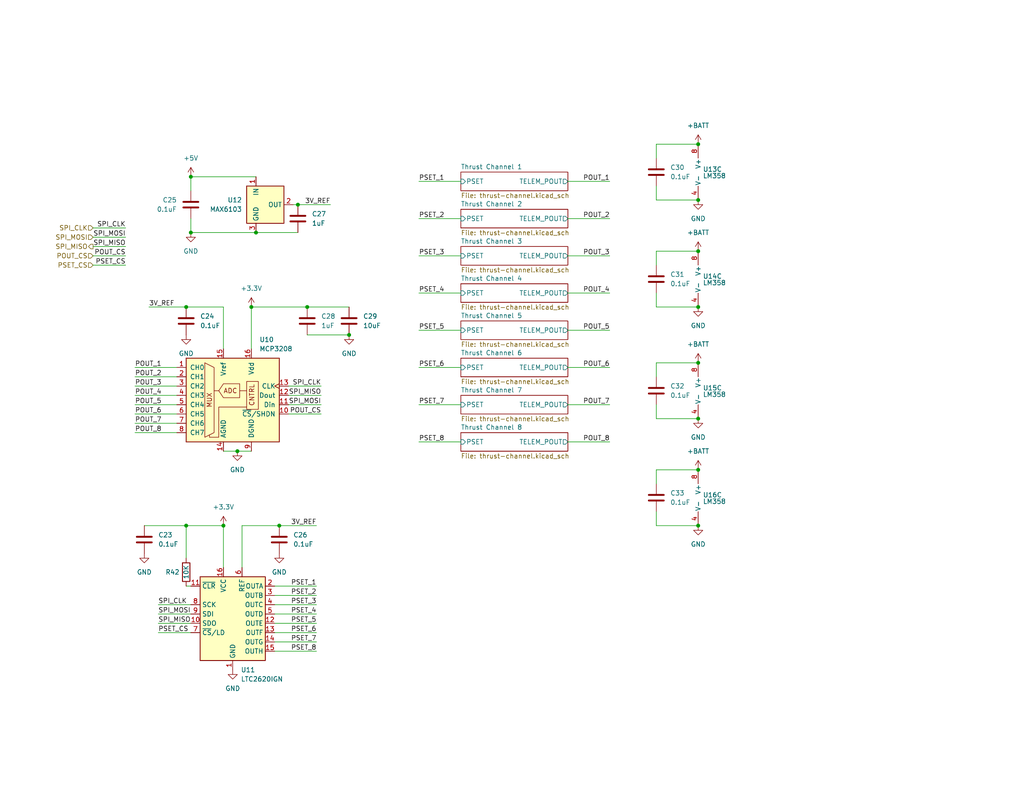
<source format=kicad_sch>
(kicad_sch (version 20231120) (generator "eeschema") (generator_version "8.0")
  (paper "USLetter")
  (lib_symbols
    (symbol "Amplifier_Operational:LM358" (pin_names (offset 0.127))
      (property "Reference" "U" (at 0 5.08 0))
      (property "Value" "LM358" (at 0 -5.08 0))
      (symbol "LM358_1_1"
        (polyline (pts (xy -5.08 5.08) (xy 5.08 0) (xy -5.08 -5.08) (xy -5.08 5.08)) (stroke (width 0.254)) (fill (type background)))
        (pin output line (at 7.62 0 180) (length 2.54) (name "~") (number "1"))
        (pin input line (at -7.62 -2.54 0) (length 2.54) (name "-") (number "2"))
        (pin input line (at -7.62 2.54 0) (length 2.54) (name "+") (number "3"))
      )
      (symbol "LM358_2_1"
        (polyline (pts (xy -5.08 5.08) (xy 5.08 0) (xy -5.08 -5.08) (xy -5.08 5.08)) (stroke (width 0.254)) (fill (type background)))
        (pin input line (at -7.62 2.54 0) (length 2.54) (name "+") (number "5"))
        (pin input line (at -7.62 -2.54 0) (length 2.54) (name "-") (number "6"))
        (pin output line (at 7.62 0 180) (length 2.54) (name "~") (number "7"))
      )
      (symbol "LM358_3_1"
        (pin power_in line (at -2.54 -7.62 90) (length 3.81) (name "V-") (number "4"))
        (pin power_in line (at -2.54 7.62 270) (length 3.81) (name "V+") (number "8"))
      )
    )
    (symbol "Analog_ADC:MCP3208" (pin_names (offset 1.016))
      (property "Reference" "U" (at -5.08 13.335 0))
      (property "Value" "MCP3208" (at -5.08 11.43 0))
      (symbol "MCP3208_0_0"
        (text "ADC" (at -0.635 1.27 0) (effects (font (size 1.27 1.27))))
        (text "CNTRL" (at 5.969 -2.921 900) (effects (font (size 1.27 1.27)) (justify left bottom)))
        (text "MUX" (at -6.35 -1.27 900) (effects (font (size 1.27 1.27))))
      )
      (symbol "MCP3208_0_1"
        (polyline (pts (xy -3.81 1.27) (xy -5.08 1.27)))
        (polyline (pts (xy 1.905 1.27) (xy 3.81 1.27)))
        (polyline (pts (xy -7.62 8.89) (xy -7.62 -11.43) (xy -5.08 -10.16) (xy -5.08 7.62) (xy -7.62 8.89)))
        (polyline (pts (xy 3.81 -3.175) (xy -3.81 -3.175) (xy -3.81 -11.43) (xy -6.35 -11.43) (xy -6.35 -10.795)))
        (polyline (pts (xy 1.905 3.175) (xy 1.905 -0.635) (xy -2.54 -0.635) (xy -3.81 1.27) (xy -2.54 3.175) (xy 1.905 3.175)))
        (rectangle (start 3.81 -3.81) (end 6.985 3.81))
        (rectangle (start 12.7 -12.7) (end -12.7 10.16) (stroke (width 0.254)) (fill (type background)))
      )
      (symbol "MCP3208_1_1"
        (pin input line (at -15.24 7.62 0) (length 2.54) (name "CH0") (number "1"))
        (pin input line (at 15.24 -5.08 180) (length 2.54) (name "~{CS}/SHDN") (number "10"))
        (pin input line (at 15.24 -2.54 180) (length 2.54) (name "Din") (number "11"))
        (pin output line (at 15.24 0 180) (length 2.54) (name "Dout") (number "12"))
        (pin input clock (at 15.24 2.54 180) (length 2.54) (name "CLK") (number "13"))
        (pin power_in line (at -2.54 -15.24 90) (length 2.54) (name "AGND") (number "14"))
        (pin power_in line (at -2.54 12.7 270) (length 2.54) (name "Vref") (number "15"))
        (pin power_in line (at 5.08 12.7 270) (length 2.54) (name "Vdd") (number "16"))
        (pin input line (at -15.24 5.08 0) (length 2.54) (name "CH1") (number "2"))
        (pin input line (at -15.24 2.54 0) (length 2.54) (name "CH2") (number "3"))
        (pin input line (at -15.24 0 0) (length 2.54) (name "CH3") (number "4"))
        (pin input line (at -15.24 -2.54 0) (length 2.54) (name "CH4") (number "5"))
        (pin input line (at -15.24 -5.08 0) (length 2.54) (name "CH5") (number "6"))
        (pin input line (at -15.24 -7.62 0) (length 2.54) (name "CH6") (number "7"))
        (pin input line (at -15.24 -10.16 0) (length 2.54) (name "CH7") (number "8"))
        (pin power_in line (at 5.08 -15.24 90) (length 2.54) (name "DGND") (number "9"))
      )
    )
    (symbol "Device:C" (pin_numbers hide) (pin_names (offset 0.254))
      (property "Reference" "C" (at 0.635 2.54 0))
      (property "Value" "C" (at 0.635 -2.54 0))
      (symbol "C_0_1"
        (polyline (pts (xy -2.032 -0.762) (xy 2.032 -0.762)) (stroke (width 0.508)))
        (polyline (pts (xy -2.032 0.762) (xy 2.032 0.762)) (stroke (width 0.508)))
      )
      (symbol "C_1_1"
        (pin passive line (at 0 3.81 270) (length 2.794) (name "~") (number "1"))
        (pin passive line (at 0 -3.81 90) (length 2.794) (name "~") (number "2"))
      )
    )
    (symbol "Device:R" (pin_numbers hide) (pin_names (offset 0))
      (property "Reference" "R" (at 2.032 0 90))
      (property "Value" "R" (at 0 0 90))
      (symbol "R_0_1"
        (rectangle (start -1.016 -2.54) (end 1.016 2.54) (stroke (width 0.254)))
      )
      (symbol "R_1_1"
        (pin passive line (at 0 3.81 270) (length 1.27) (name "~") (number "1"))
        (pin passive line (at 0 -3.81 90) (length 1.27) (name "~") (number "2"))
      )
    )
    (symbol "Reference_Voltage:MAX6103"
      (property "Reference" "U" (at 0 6.35 0))
      (property "Value" "MAX6103" (at 2.54 -6.35 0))
      (symbol "MAX6103_0_1"
        (rectangle (start -5.08 5.08) (end 5.08 -5.08) (stroke (width 0.254)) (fill (type background)))
      )
      (symbol "MAX6103_1_1"
        (pin power_in line (at -2.54 7.62 270) (length 2.54) (name "IN") (number "1"))
        (pin power_out line (at 7.62 0 180) (length 2.54) (name "OUT") (number "2"))
        (pin power_in line (at -2.54 -7.62 90) (length 2.54) (name "GND") (number "3"))
      )
    )
    (symbol "femta-control-custom:LTC2620IGN"
      (property "Reference" "U" (at 3.556 1.27 0))
      (property "Value" "LTC2620IGN" (at 3.556 -1.27 0))
      (symbol "LTC2620IGN_1_1"
        (rectangle (start -8.89 -2.54) (end 8.89 -25.4) (stroke (width 0.254)) (fill (type background)))
        (pin power_in line (at 0 -27.94 90) (length 2.54) (name "GND") (number "1"))
        (pin output line (at -11.43 -15.24 0) (length 2.54) (name "SDO") (number "10"))
        (pin input line (at -11.43 -5.08 0) (length 2.54) (name "~{CLR}") (number "11"))
        (pin output line (at 11.43 -15.24 180) (length 2.54) (name "OUTE") (number "12"))
        (pin output line (at 11.43 -17.78 180) (length 2.54) (name "OUTF") (number "13"))
        (pin output line (at 11.43 -20.32 180) (length 2.54) (name "OUTG") (number "14"))
        (pin output line (at 11.43 -22.86 180) (length 2.54) (name "OUTH") (number "15"))
        (pin power_in line (at -2.54 0 270) (length 2.54) (name "VCC") (number "16"))
        (pin output line (at 11.43 -5.08 180) (length 2.54) (name "OUTA") (number "2"))
        (pin output line (at 11.43 -7.62 180) (length 2.54) (name "OUTB") (number "3"))
        (pin output line (at 11.43 -10.16 180) (length 2.54) (name "OUTC") (number "4"))
        (pin output line (at 11.43 -12.7 180) (length 2.54) (name "OUTD") (number "5"))
        (pin input line (at 2.54 0 270) (length 2.54) (name "REF") (number "6"))
        (pin input line (at -11.43 -17.78 0) (length 2.54) (name "~{CS}/LD") (number "7"))
        (pin input line (at -11.43 -10.16 0) (length 2.54) (name "SCK") (number "8"))
        (pin input line (at -11.43 -12.7 0) (length 2.54) (name "SDI") (number "9"))
      )
    )
    (symbol "power:+3.3V" (power) (pin_numbers hide) (pin_names (offset 0) hide)
      (property "Value" "+3.3V" (at 0 3.556 0))
      (symbol "+3.3V_0_1"
        (polyline (pts (xy -0.762 1.27) (xy 0 2.54)))
        (polyline (pts (xy 0 0) (xy 0 2.54)))
        (polyline (pts (xy 0 2.54) (xy 0.762 1.27)))
      )
      (symbol "+3.3V_1_1"
        (pin power_in line (at 0 0 90) (length 0) (name "~") (number "1"))
      )
    )
    (symbol "power:+5V" (power) (pin_numbers hide) (pin_names (offset 0) hide)
      (property "Value" "+5V" (at 0 3.556 0))
      (symbol "+5V_0_1"
        (polyline (pts (xy -0.762 1.27) (xy 0 2.54)))
        (polyline (pts (xy 0 0) (xy 0 2.54)))
        (polyline (pts (xy 0 2.54) (xy 0.762 1.27)))
      )
      (symbol "+5V_1_1"
        (pin power_in line (at 0 0 90) (length 0) (name "~") (number "1"))
      )
    )
    (symbol "power:+BATT" (power) (pin_numbers hide) (pin_names (offset 0) hide)
      (property "Value" "+BATT" (at 0 3.556 0))
      (symbol "+BATT_0_1"
        (polyline (pts (xy -0.762 1.27) (xy 0 2.54)))
        (polyline (pts (xy 0 0) (xy 0 2.54)))
        (polyline (pts (xy 0 2.54) (xy 0.762 1.27)))
      )
      (symbol "+BATT_1_1"
        (pin power_in line (at 0 0 90) (length 0) (name "~") (number "1"))
      )
    )
    (symbol "power:GND" (power) (pin_numbers hide) (pin_names (offset 0) hide)
      (property "Value" "GND" (at 0 -3.81 0))
      (symbol "GND_0_1"
        (polyline (pts (xy 0 0) (xy 0 -1.27) (xy 1.27 -1.27) (xy 0 -2.54) (xy -1.27 -1.27) (xy 0 -1.27)))
      )
      (symbol "GND_1_1"
        (pin power_in line (at 0 0 270) (length 0) (name "~") (number "1"))
      )
    )
  )
  (junction (at 190.5 128.27))
  (junction (at 190.5 99.06))
  (junction (at 81.28 55.88))
  (junction (at 69.85 63.5))
  (junction (at 190.5 68.58))
  (junction (at 190.5 54.61))
  (junction (at 60.96 143.51))
  (junction (at 190.5 143.51))
  (junction (at 190.5 39.37))
  (junction (at 95.25 91.44))
  (junction (at 68.58 83.82))
  (junction (at 50.8 83.82))
  (junction (at 52.07 48.26))
  (junction (at 50.8 143.51))
  (junction (at 64.77 123.19))
  (junction (at 190.5 83.82))
  (junction (at 52.07 63.5))
  (junction (at 76.2 143.51))
  (junction (at 83.82 83.82))
  (junction (at 190.5 114.3))
  (wire (pts (xy 52.07 48.26) (xy 69.85 48.26)))
  (wire (pts (xy 166.37 49.53) (xy 154.94 49.53)))
  (wire (pts (xy 68.58 83.82) (xy 68.58 95.25)))
  (wire (pts (xy 179.07 132.08) (xy 179.07 128.27)))
  (wire (pts (xy 179.07 128.27) (xy 190.5 128.27)))
  (wire (pts (xy 114.3 69.85) (xy 125.73 69.85)))
  (wire (pts (xy 60.96 143.51) (xy 50.8 143.51)))
  (wire (pts (xy 36.83 113.03) (xy 48.26 113.03)))
  (wire (pts (xy 36.83 100.33) (xy 48.26 100.33)))
  (wire (pts (xy 76.2 143.51) (xy 66.04 143.51)))
  (wire (pts (xy 52.07 59.69) (xy 52.07 63.5)))
  (wire (pts (xy 179.07 54.61) (xy 190.5 54.61)))
  (wire (pts (xy 86.36 170.18) (xy 74.93 170.18)))
  (wire (pts (xy 78.74 110.49) (xy 87.63 110.49)))
  (wire (pts (xy 83.82 91.44) (xy 95.25 91.44)))
  (wire (pts (xy 166.37 90.17) (xy 154.94 90.17)))
  (wire (pts (xy 68.58 83.82) (xy 83.82 83.82)))
  (wire (pts (xy 166.37 120.65) (xy 154.94 120.65)))
  (wire (pts (xy 86.36 162.56) (xy 74.93 162.56)))
  (wire (pts (xy 179.07 50.8) (xy 179.07 54.61)))
  (wire (pts (xy 36.83 107.95) (xy 48.26 107.95)))
  (wire (pts (xy 78.74 107.95) (xy 87.63 107.95)))
  (wire (pts (xy 83.82 83.82) (xy 95.25 83.82)))
  (wire (pts (xy 179.07 39.37) (xy 190.5 39.37)))
  (wire (pts (xy 80.01 55.88) (xy 81.28 55.88)))
  (wire (pts (xy 86.36 175.26) (xy 74.93 175.26)))
  (wire (pts (xy 25.4 64.77) (xy 34.29 64.77)))
  (wire (pts (xy 39.37 143.51) (xy 50.8 143.51)))
  (wire (pts (xy 78.74 105.41) (xy 87.63 105.41)))
  (wire (pts (xy 64.77 123.19) (xy 68.58 123.19)))
  (wire (pts (xy 66.04 143.51) (xy 66.04 154.94)))
  (wire (pts (xy 34.29 72.39) (xy 25.4 72.39)))
  (wire (pts (xy 179.07 80.01) (xy 179.07 83.82)))
  (wire (pts (xy 50.8 143.51) (xy 50.8 152.4)))
  (wire (pts (xy 114.3 100.33) (xy 125.73 100.33)))
  (wire (pts (xy 60.96 83.82) (xy 60.96 95.25)))
  (wire (pts (xy 36.83 102.87) (xy 48.26 102.87)))
  (wire (pts (xy 43.18 172.72) (xy 52.07 172.72)))
  (wire (pts (xy 36.83 118.11) (xy 48.26 118.11)))
  (wire (pts (xy 43.18 170.18) (xy 52.07 170.18)))
  (wire (pts (xy 60.96 123.19) (xy 64.77 123.19)))
  (wire (pts (xy 25.4 69.85) (xy 34.29 69.85)))
  (wire (pts (xy 114.3 110.49) (xy 125.73 110.49)))
  (wire (pts (xy 166.37 110.49) (xy 154.94 110.49)))
  (wire (pts (xy 179.07 110.49) (xy 179.07 114.3)))
  (wire (pts (xy 179.07 114.3) (xy 190.5 114.3)))
  (wire (pts (xy 179.07 83.82) (xy 190.5 83.82)))
  (wire (pts (xy 86.36 167.64) (xy 74.93 167.64)))
  (wire (pts (xy 86.36 165.1) (xy 74.93 165.1)))
  (wire (pts (xy 179.07 68.58) (xy 190.5 68.58)))
  (wire (pts (xy 76.2 143.51) (xy 86.36 143.51)))
  (wire (pts (xy 50.8 160.02) (xy 52.07 160.02)))
  (wire (pts (xy 166.37 100.33) (xy 154.94 100.33)))
  (wire (pts (xy 36.83 105.41) (xy 48.26 105.41)))
  (wire (pts (xy 114.3 59.69) (xy 125.73 59.69)))
  (wire (pts (xy 78.74 113.03) (xy 87.63 113.03)))
  (wire (pts (xy 114.3 80.01) (xy 125.73 80.01)))
  (wire (pts (xy 179.07 99.06) (xy 190.5 99.06)))
  (wire (pts (xy 114.3 49.53) (xy 125.73 49.53)))
  (wire (pts (xy 81.28 55.88) (xy 90.17 55.88)))
  (wire (pts (xy 25.4 67.31) (xy 34.29 67.31)))
  (wire (pts (xy 60.96 143.51) (xy 60.96 154.94)))
  (wire (pts (xy 166.37 69.85) (xy 154.94 69.85)))
  (wire (pts (xy 114.3 90.17) (xy 125.73 90.17)))
  (wire (pts (xy 40.64 83.82) (xy 50.8 83.82)))
  (wire (pts (xy 43.18 167.64) (xy 52.07 167.64)))
  (wire (pts (xy 179.07 72.39) (xy 179.07 68.58)))
  (wire (pts (xy 114.3 120.65) (xy 125.73 120.65)))
  (wire (pts (xy 166.37 80.01) (xy 154.94 80.01)))
  (wire (pts (xy 86.36 177.8) (xy 74.93 177.8)))
  (wire (pts (xy 86.36 160.02) (xy 74.93 160.02)))
  (wire (pts (xy 166.37 59.69) (xy 154.94 59.69)))
  (wire (pts (xy 43.18 165.1) (xy 52.07 165.1)))
  (wire (pts (xy 52.07 63.5) (xy 69.85 63.5)))
  (wire (pts (xy 36.83 110.49) (xy 48.26 110.49)))
  (wire (pts (xy 50.8 83.82) (xy 60.96 83.82)))
  (wire (pts (xy 86.36 172.72) (xy 74.93 172.72)))
  (wire (pts (xy 179.07 43.18) (xy 179.07 39.37)))
  (wire (pts (xy 179.07 143.51) (xy 190.5 143.51)))
  (wire (pts (xy 52.07 48.26) (xy 52.07 52.07)))
  (wire (pts (xy 36.83 115.57) (xy 48.26 115.57)))
  (wire (pts (xy 179.07 102.87) (xy 179.07 99.06)))
  (wire (pts (xy 69.85 63.5) (xy 81.28 63.5)))
  (wire (pts (xy 179.07 139.7) (xy 179.07 143.51)))
  (wire (pts (xy 25.4 62.23) (xy 34.29 62.23)))
  (label "POUT_8" (at 36.83 118.11 0))
  (label "PSET_5" (at 114.3 90.17 0))
  (label "SPI_CLK" (at 87.63 105.41 180))
  (label "POUT_1" (at 166.37 49.53 180))
  (label "SPI_MOSI" (at 43.18 167.64 0))
  (label "PSET_5" (at 86.36 170.18 180))
  (label "PSET_4" (at 86.36 167.64 180))
  (label "PSET_1" (at 86.36 160.02 180))
  (label "POUT_3" (at 166.37 69.85 180))
  (label "PSET_7" (at 86.36 175.26 180))
  (label "POUT_4" (at 166.37 80.01 180))
  (label "SPI_CLK" (at 43.18 165.1 0))
  (label "POUT_8" (at 166.37 120.65 180))
  (label "PSET_6" (at 114.3 100.33 0))
  (label "PSET_6" (at 86.36 172.72 180))
  (label "PSET_2" (at 86.36 162.56 180))
  (label "POUT_2" (at 36.83 102.87 0))
  (label "SPI_MISO" (at 87.63 107.95 180))
  (label "SPI_MISO" (at 34.29 67.31 180))
  (label "POUT_CS" (at 87.63 113.03 180))
  (label "SPI_CLK" (at 34.29 62.23 180))
  (label "PSET_8" (at 86.36 177.8 180))
  (label "3V_REF" (at 86.36 143.51 180))
  (label "PSET_CS" (at 34.29 72.39 180))
  (label "POUT_1" (at 36.83 100.33 0))
  (label "PSET_7" (at 114.3 110.49 0))
  (label "PSET_4" (at 114.3 80.01 0))
  (label "PSET_3" (at 114.3 69.85 0))
  (label "POUT_4" (at 36.83 107.95 0))
  (label "3V_REF" (at 40.64 83.82 0))
  (label "PSET_8" (at 114.3 120.65 0))
  (label "PSET_CS" (at 43.18 172.72 0))
  (label "SPI_MOSI" (at 34.29 64.77 180))
  (label "POUT_CS" (at 34.29 69.85 180))
  (label "POUT_7" (at 166.37 110.49 180))
  (label "PSET_3" (at 86.36 165.1 180))
  (label "POUT_5" (at 166.37 90.17 180))
  (label "PSET_2" (at 114.3 59.69 0))
  (label "POUT_2" (at 166.37 59.69 180))
  (label "PSET_1" (at 114.3 49.53 0))
  (label "SPI_MISO" (at 43.18 170.18 0))
  (label "POUT_7" (at 36.83 115.57 0))
  (label "POUT_6" (at 166.37 100.33 180))
  (label "POUT_6" (at 36.83 113.03 0))
  (label "3V_REF" (at 90.17 55.88 180))
  (label "SPI_MOSI" (at 87.63 110.49 180))
  (label "POUT_5" (at 36.83 110.49 0))
  (label "POUT_3" (at 36.83 105.41 0))
  (hierarchical_label "POUT_CS" (shape input) (at 25.4 69.85 180))
  (hierarchical_label "SPI_CLK" (shape input) (at 25.4 62.23 180))
  (hierarchical_label "PSET_CS" (shape input) (at 25.4 72.39 180))
  (hierarchical_label "SPI_MOSI" (shape input) (at 25.4 64.77 180))
  (hierarchical_label "SPI_MISO" (shape output) (at 25.4 67.31 180))
  (symbol (lib_id "Device:C") (at 179.07 46.99 0) (unit 1)
    (property "Reference" "C30" (at 182.88 45.7199 0) (effects (justify left)))
    (property "Value" "0.1uF" (at 182.88 48.2599 0) (effects (justify left)))
    (property "Footprint" "Capacitor_SMD:C_0603_1608Metric" (effects (hide yes)))
    (property "Description" "Unpolarized capacitor" (effects (hide yes)))
  )
  (symbol (lib_id "Device:C") (at 83.82 87.63 0) (unit 1)
    (property "Reference" "C28" (at 87.63 86.3599 0) (effects (justify left)))
    (property "Value" "1uF" (at 87.63 88.8999 0) (effects (justify left)))
    (property "Footprint" "Capacitor_SMD:C_0603_1608Metric" (effects (hide yes)))
    (property "Description" "Unpolarized capacitor" (effects (hide yes)))
  )
  (symbol (lib_id "Device:C") (at 50.8 87.63 0) (unit 1)
    (property "Reference" "C24" (at 54.61 86.3599 0) (effects (justify left)))
    (property "Value" "0.1uF" (at 54.61 88.8999 0) (effects (justify left)))
    (property "Footprint" "Capacitor_SMD:C_0603_1608Metric" (effects (hide yes)))
    (property "Description" "Unpolarized capacitor" (effects (hide yes)))
  )
  (symbol (lib_id "power:+5V") (at 52.07 48.26 0) (unit 1)
    (property "Reference" "#PWR053" (effects (hide yes)))
    (property "Value" "+5V" (at 52.07 43.18 0))
    (property "Description" "Power symbol creates a global label with name \"+5V\"" (effects (hide yes)))
  )
  (symbol (lib_id "power:GND") (at 63.5 182.88 0) (unit 1)
    (property "Reference" "#PWR056" (effects (hide yes)))
    (property "Value" "GND" (at 63.5 187.96 0))
    (property "Description" "Power symbol creates a global label with name \"GND\" , ground" (effects (hide yes)))
  )
  (symbol (lib_id "Analog_ADC:MCP3208") (at 63.5 107.95 0) (unit 1)
    (property "Reference" "U10" (at 70.7741 92.71 0) (effects (justify left)))
    (property "Value" "MCP3208" (at 70.7741 95.25 0) (effects (justify left)))
    (property "Footprint" "Package_SO:SOIC-16_3.9x9.9mm_P1.27mm" (effects (hide yes)))
    (property "Datasheet" "http://ww1.microchip.com/downloads/en/DeviceDoc/21298c.pdf" (effects (hide yes)))
    (property "Description" "A/D Converter, 12-Bit, 8-Channel, SPI Interface , 2.7V-5.5V" (effects (hide yes)))
  )
  (symbol (lib_id "power:+3.3V") (at 68.58 83.82 0) (unit 1)
    (property "Reference" "#PWR058" (effects (hide yes)))
    (property "Value" "+3.3V" (at 68.58 78.74 0))
    (property "Description" "Power symbol creates a global label with name \"+3.3V\"" (effects (hide yes)))
  )
  (symbol (lib_id "power:GND") (at 95.25 91.44 0) (unit 1)
    (property "Reference" "#PWR060" (effects (hide yes)))
    (property "Value" "GND" (at 95.25 96.52 0))
    (property "Description" "Power symbol creates a global label with name \"GND\" , ground" (effects (hide yes)))
  )
  (symbol (lib_id "Reference_Voltage:MAX6103") (at 72.39 55.88 0) (unit 1)
    (property "Reference" "U12" (at 66.04 54.6099 0) (effects (justify right)))
    (property "Value" "MAX6103" (at 66.04 57.1499 0) (effects (justify right)))
    (property "Footprint" "Package_TO_SOT_SMD:SOT-23" (effects (hide yes)))
    (property "Datasheet" "http://datasheets.maximintegrated.com/en/ds/MAX6100-MAX6107.pdf" (effects (hide yes)))
    (property "Description" "Low-dropout high current voltage reference, 3.000V, ±0.4% accuracy, SOT-23" (effects (hide yes)))
  )
  (symbol (lib_id "Amplifier_Operational:LM358") (at 193.04 46.99 0) (unit 3)
    (property "Reference" "U13" (at 191.77 46.228 0) (effects (justify left)))
    (property "Value" "LM358" (at 191.77 48.006 0) (effects (justify left)))
    (property "Footprint" "Package_SO:SOIC-8_3.9x4.9mm_P1.27mm" (effects (hide yes)))
    (property "Datasheet" "http://www.ti.com/lit/ds/symlink/lm2904-n.pdf" (effects (hide yes)))
    (property "Description" "Low-Power, Dual Operational Amplifiers, DIP-8/SOIC-8/TO-99-8" (effects (hide yes)))
  )
  (symbol (lib_id "power:GND") (at 64.77 123.19 0) (unit 1)
    (property "Reference" "#PWR057" (effects (hide yes)))
    (property "Value" "GND" (at 64.77 128.27 0))
    (property "Description" "Power symbol creates a global label with name \"GND\" , ground" (effects (hide yes)))
  )
  (symbol (lib_id "power:GND") (at 190.5 83.82 0) (unit 1)
    (property "Reference" "#PWR064" (effects (hide yes)))
    (property "Value" "GND" (at 190.5 88.9 0))
    (property "Description" "Power symbol creates a global label with name \"GND\" , ground" (effects (hide yes)))
  )
  (symbol (lib_id "Amplifier_Operational:LM358") (at 193.04 76.2 0) (unit 3)
    (property "Reference" "U14" (at 191.77 75.438 0) (effects (justify left)))
    (property "Value" "LM358" (at 191.77 77.216 0) (effects (justify left)))
    (property "Footprint" "Package_SO:SOIC-8_3.9x4.9mm_P1.27mm" (effects (hide yes)))
    (property "Datasheet" "http://www.ti.com/lit/ds/symlink/lm2904-n.pdf" (effects (hide yes)))
    (property "Description" "Low-Power, Dual Operational Amplifiers, DIP-8/SOIC-8/TO-99-8" (effects (hide yes)))
  )
  (symbol (lib_id "Device:C") (at 76.2 147.32 0) (unit 1)
    (property "Reference" "C26" (at 80.01 146.0499 0) (effects (justify left)))
    (property "Value" "0.1uF" (at 80.01 148.5899 0) (effects (justify left)))
    (property "Footprint" "Capacitor_SMD:C_0603_1608Metric" (effects (hide yes)))
    (property "Description" "Unpolarized capacitor" (effects (hide yes)))
  )
  (symbol (lib_id "Amplifier_Operational:LM358") (at 193.04 106.68 0) (unit 3)
    (property "Reference" "U15" (at 191.77 105.918 0) (effects (justify left)))
    (property "Value" "LM358" (at 191.77 107.696 0) (effects (justify left)))
    (property "Footprint" "Package_SO:SOIC-8_3.9x4.9mm_P1.27mm" (effects (hide yes)))
    (property "Datasheet" "http://www.ti.com/lit/ds/symlink/lm2904-n.pdf" (effects (hide yes)))
    (property "Description" "Low-Power, Dual Operational Amplifiers, DIP-8/SOIC-8/TO-99-8" (effects (hide yes)))
  )
  (symbol (lib_id "power:GND") (at 190.5 114.3 0) (unit 1)
    (property "Reference" "#PWR066" (effects (hide yes)))
    (property "Value" "GND" (at 190.5 119.38 0))
    (property "Description" "Power symbol creates a global label with name \"GND\" , ground" (effects (hide yes)))
  )
  (symbol (lib_id "Device:C") (at 81.28 59.69 0) (unit 1)
    (property "Reference" "C27" (at 85.09 58.4199 0) (effects (justify left)))
    (property "Value" "1uF" (at 85.09 60.9599 0) (effects (justify left)))
    (property "Footprint" "Capacitor_SMD:C_0603_1608Metric" (effects (hide yes)))
    (property "Description" "Unpolarized capacitor" (effects (hide yes)))
  )
  (symbol (lib_id "Device:C") (at 179.07 135.89 0) (unit 1)
    (property "Reference" "C33" (at 182.88 134.6199 0) (effects (justify left)))
    (property "Value" "0.1uF" (at 182.88 137.1599 0) (effects (justify left)))
    (property "Footprint" "Capacitor_SMD:C_0603_1608Metric" (effects (hide yes)))
    (property "Description" "Unpolarized capacitor" (effects (hide yes)))
  )
  (symbol (lib_id "power:GND") (at 39.37 151.13 0) (unit 1)
    (property "Reference" "#PWR051" (effects (hide yes)))
    (property "Value" "GND" (at 39.37 156.21 0))
    (property "Description" "Power symbol creates a global label with name \"GND\" , ground" (effects (hide yes)))
  )
  (symbol (lib_id "power:GND") (at 52.07 63.5 0) (unit 1)
    (property "Reference" "#PWR054" (effects (hide yes)))
    (property "Value" "GND" (at 52.07 68.58 0))
    (property "Description" "Power symbol creates a global label with name \"GND\" , ground" (effects (hide yes)))
  )
  (symbol (lib_id "power:+BATT") (at 190.5 68.58 0) (unit 1)
    (property "Reference" "#PWR063" (effects (hide yes)))
    (property "Value" "+BATT" (at 190.5 63.5 0))
    (property "Description" "Power symbol creates a global label with name \"+BATT\"" (effects (hide yes)))
  )
  (symbol (lib_id "power:+BATT") (at 190.5 128.27 0) (unit 1)
    (property "Reference" "#PWR067" (effects (hide yes)))
    (property "Value" "+BATT" (at 190.5 123.19 0))
    (property "Description" "Power symbol creates a global label with name \"+BATT\"" (effects (hide yes)))
  )
  (symbol (lib_id "power:GND") (at 50.8 91.44 0) (unit 1)
    (property "Reference" "#PWR052" (effects (hide yes)))
    (property "Value" "GND" (at 50.8 96.52 0))
    (property "Description" "Power symbol creates a global label with name \"GND\" , ground" (effects (hide yes)))
  )
  (symbol (lib_id "Device:R") (at 50.8 156.21 0) (mirror y) (unit 1)
    (property "Reference" "R42" (at 49.022 156.21 0) (effects (justify left)))
    (property "Value" "10K" (at 50.8 156.21 90))
    (property "Footprint" "Resistor_SMD:R_0603_1608Metric" (effects (hide yes)))
    (property "Description" "Resistor" (effects (hide yes)))
  )
  (symbol (lib_id "Device:C") (at 179.07 106.68 0) (unit 1)
    (property "Reference" "C32" (at 182.88 105.4099 0) (effects (justify left)))
    (property "Value" "0.1uF" (at 182.88 107.9499 0) (effects (justify left)))
    (property "Footprint" "Capacitor_SMD:C_0603_1608Metric" (effects (hide yes)))
    (property "Description" "Unpolarized capacitor" (effects (hide yes)))
  )
  (symbol (lib_id "power:+BATT") (at 190.5 39.37 0) (unit 1)
    (property "Reference" "#PWR061" (effects (hide yes)))
    (property "Value" "+BATT" (at 190.5 34.29 0))
    (property "Description" "Power symbol creates a global label with name \"+BATT\"" (effects (hide yes)))
  )
  (symbol (lib_id "power:+BATT") (at 190.5 99.06 0) (unit 1)
    (property "Reference" "#PWR065" (effects (hide yes)))
    (property "Value" "+BATT" (at 190.5 93.98 0))
    (property "Description" "Power symbol creates a global label with name \"+BATT\"" (effects (hide yes)))
  )
  (symbol (lib_id "Device:C") (at 52.07 55.88 0) (unit 1)
    (property "Reference" "C25" (at 48.26 54.6099 0) (effects (justify right)))
    (property "Value" "0.1uF" (at 48.26 57.1499 0) (effects (justify right)))
    (property "Footprint" "Capacitor_SMD:C_0603_1608Metric" (effects (hide yes)))
    (property "Description" "Unpolarized capacitor" (effects (hide yes)))
  )
  (symbol (lib_id "power:GND") (at 190.5 143.51 0) (unit 1)
    (property "Reference" "#PWR068" (effects (hide yes)))
    (property "Value" "GND" (at 190.5 148.59 0))
    (property "Description" "Power symbol creates a global label with name \"GND\" , ground" (effects (hide yes)))
  )
  (symbol (lib_id "power:GND") (at 190.5 54.61 0) (unit 1)
    (property "Reference" "#PWR062" (effects (hide yes)))
    (property "Value" "GND" (at 190.5 59.69 0))
    (property "Description" "Power symbol creates a global label with name \"GND\" , ground" (effects (hide yes)))
  )
  (symbol (lib_id "power:GND") (at 76.2 151.13 0) (unit 1)
    (property "Reference" "#PWR059" (effects (hide yes)))
    (property "Value" "GND" (at 76.2 156.21 0))
    (property "Description" "Power symbol creates a global label with name \"GND\" , ground" (effects (hide yes)))
  )
  (symbol (lib_id "femta-control-custom:LTC2620IGN") (at 63.5 154.94 0) (unit 1)
    (property "Reference" "U11" (at 65.6941 182.88 0) (effects (justify left)))
    (property "Value" "LTC2620IGN" (at 65.6941 185.42 0) (effects (justify left)))
    (property "Footprint" "Package_SO:SSOP-16_3.9x4.9mm_P0.635mm" (effects (hide yes)))
  )
  (symbol (lib_id "Amplifier_Operational:LM358") (at 193.04 135.89 0) (unit 3)
    (property "Reference" "U16" (at 191.77 135.128 0) (effects (justify left)))
    (property "Value" "LM358" (at 191.77 136.906 0) (effects (justify left)))
    (property "Footprint" "Package_SO:SOIC-8_3.9x4.9mm_P1.27mm" (effects (hide yes)))
    (property "Datasheet" "http://www.ti.com/lit/ds/symlink/lm2904-n.pdf" (effects (hide yes)))
    (property "Description" "Low-Power, Dual Operational Amplifiers, DIP-8/SOIC-8/TO-99-8" (effects (hide yes)))
  )
  (symbol (lib_id "power:+3.3V") (at 60.96 143.51 0) (unit 1)
    (property "Reference" "#PWR055" (effects (hide yes)))
    (property "Value" "+3.3V" (at 60.96 138.43 0))
    (property "Description" "Power symbol creates a global label with name \"+3.3V\"" (effects (hide yes)))
  )
  (symbol (lib_id "Device:C") (at 179.07 76.2 0) (unit 1)
    (property "Reference" "C31" (at 182.88 74.9299 0) (effects (justify left)))
    (property "Value" "0.1uF" (at 182.88 77.4699 0) (effects (justify left)))
    (property "Footprint" "Capacitor_SMD:C_0603_1608Metric" (effects (hide yes)))
    (property "Description" "Unpolarized capacitor" (effects (hide yes)))
  )
  (symbol (lib_id "Device:C") (at 95.25 87.63 0) (unit 1)
    (property "Reference" "C29" (at 99.06 86.3599 0) (effects (justify left)))
    (property "Value" "10uF" (at 99.06 88.8999 0) (effects (justify left)))
    (property "Footprint" "Capacitor_SMD:C_0805_2012Metric" (effects (hide yes)))
    (property "Description" "Unpolarized capacitor" (effects (hide yes)))
  )
  (symbol (lib_id "Device:C") (at 39.37 147.32 0) (unit 1)
    (property "Reference" "C23" (at 43.18 146.0499 0) (effects (justify left)))
    (property "Value" "0.1uF" (at 43.18 148.5899 0) (effects (justify left)))
    (property "Footprint" "Capacitor_SMD:C_0603_1608Metric" (effects (hide yes)))
    (property "Description" "Unpolarized capacitor" (effects (hide yes)))
  )
  (sheet (at 125.73 97.79) (size 29.21 5.08) (stroke (width 0.1524))
    (property "Sheetname" "Thrust Channel 6" (at 125.73 97.0784 0) (effects (justify left bottom)))
    (property "Sheetfile" "thrust-channel.kicad_sch" (at 125.73 103.4546 0) (effects (justify left top)))
    (pin "PSET" input (at 125.73 100.33 180))
    (pin "TELEM_POUT" output (at 154.94 100.33 0))
  )
  (sheet (at 125.73 87.63) (size 29.21 5.08) (stroke (width 0.1524))
    (property "Sheetname" "Thrust Channel 5" (at 125.73 86.9184 0) (effects (justify left bottom)))
    (property "Sheetfile" "thrust-channel.kicad_sch" (at 125.73 93.2946 0) (effects (justify left top)))
    (pin "PSET" input (at 125.73 90.17 180))
    (pin "TELEM_POUT" output (at 154.94 90.17 0))
  )
  (sheet (at 125.73 46.99) (size 29.21 5.08) (stroke (width 0.1524))
    (property "Sheetname" "Thrust Channel 1" (at 125.73 46.2784 0) (effects (justify left bottom)))
    (property "Sheetfile" "thrust-channel.kicad_sch" (at 125.73 52.6546 0) (effects (justify left top)))
    (pin "PSET" input (at 125.73 49.53 180))
    (pin "TELEM_POUT" output (at 154.94 49.53 0))
  )
  (sheet (at 125.73 77.47) (size 29.21 5.08) (stroke (width 0.1524))
    (property "Sheetname" "Thrust Channel 4" (at 125.73 76.7584 0) (effects (justify left bottom)))
    (property "Sheetfile" "thrust-channel.kicad_sch" (at 125.73 83.1346 0) (effects (justify left top)))
    (pin "PSET" input (at 125.73 80.01 180))
    (pin "TELEM_POUT" output (at 154.94 80.01 0))
  )
  (sheet (at 125.73 67.31) (size 29.21 5.08) (stroke (width 0.1524))
    (property "Sheetname" "Thrust Channel 3" (at 125.73 66.5984 0) (effects (justify left bottom)))
    (property "Sheetfile" "thrust-channel.kicad_sch" (at 125.73 72.9746 0) (effects (justify left top)))
    (pin "PSET" input (at 125.73 69.85 180))
    (pin "TELEM_POUT" output (at 154.94 69.85 0))
  )
  (sheet (at 125.73 57.15) (size 29.21 5.08) (stroke (width 0.1524))
    (property "Sheetname" "Thrust Channel 2" (at 125.73 56.4384 0) (effects (justify left bottom)))
    (property "Sheetfile" "thrust-channel.kicad_sch" (at 125.73 62.8146 0) (effects (justify left top)))
    (pin "PSET" input (at 125.73 59.69 180))
    (pin "TELEM_POUT" output (at 154.94 59.69 0))
  )
  (sheet (at 125.73 107.95) (size 29.21 5.08) (stroke (width 0.1524))
    (property "Sheetname" "Thrust Channel 7" (at 125.73 107.2384 0) (effects (justify left bottom)))
    (property "Sheetfile" "thrust-channel.kicad_sch" (at 125.73 113.6146 0) (effects (justify left top)))
    (pin "PSET" input (at 125.73 110.49 180))
    (pin "TELEM_POUT" output (at 154.94 110.49 0))
  )
  (sheet (at 125.73 118.11) (size 29.21 5.08) (stroke (width 0.1524))
    (property "Sheetname" "Thrust Channel 8" (at 125.73 117.3984 0) (effects (justify left bottom)))
    (property "Sheetfile" "thrust-channel.kicad_sch" (at 125.73 123.7746 0) (effects (justify left top)))
    (pin "PSET" input (at 125.73 120.65 180))
    (pin "TELEM_POUT" output (at 154.94 120.65 0))
  )
)
</source>
